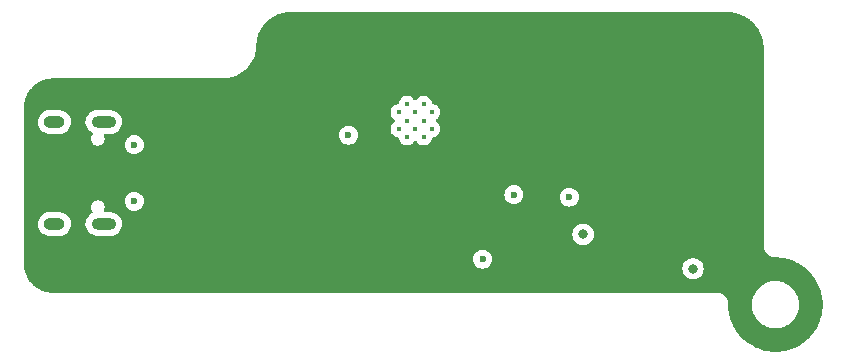
<source format=gbr>
%TF.GenerationSoftware,KiCad,Pcbnew,7.0.7*%
%TF.CreationDate,2023-10-05T10:47:22+02:00*%
%TF.ProjectId,ESPxRF,45535078-5246-42e6-9b69-6361645f7063,rev?*%
%TF.SameCoordinates,Original*%
%TF.FileFunction,Copper,L2,Inr*%
%TF.FilePolarity,Positive*%
%FSLAX46Y46*%
G04 Gerber Fmt 4.6, Leading zero omitted, Abs format (unit mm)*
G04 Created by KiCad (PCBNEW 7.0.7) date 2023-10-05 10:47:22*
%MOMM*%
%LPD*%
G01*
G04 APERTURE LIST*
%TA.AperFunction,ComponentPad*%
%ADD10C,0.400000*%
%TD*%
%TA.AperFunction,ComponentPad*%
%ADD11O,2.100000X1.000000*%
%TD*%
%TA.AperFunction,ComponentPad*%
%ADD12O,1.800000X1.000000*%
%TD*%
%TA.AperFunction,ViaPad*%
%ADD13C,0.800000*%
%TD*%
%TA.AperFunction,ViaPad*%
%ADD14C,0.600000*%
%TD*%
G04 APERTURE END LIST*
D10*
%TO.N,N/C*%
%TO.C,U3*%
X119465000Y-67720000D03*
X118065000Y-67720000D03*
X120865000Y-67720000D03*
X118065000Y-69120000D03*
X119465000Y-69120000D03*
X120865000Y-69120000D03*
X118765000Y-67020000D03*
X120165000Y-67020000D03*
X118765000Y-68420000D03*
X120165000Y-68420000D03*
X118765000Y-69820000D03*
X120165000Y-69820000D03*
%TD*%
D11*
%TO.N,unconnected-(J1-SHIELD-PadS1)*%
%TO.C,J1*%
X93080000Y-68540000D03*
D12*
X88900000Y-68540000D03*
D11*
X93080000Y-77180000D03*
D12*
X88900000Y-77180000D03*
%TD*%
D13*
%TO.N,GND*%
X88900000Y-66294000D03*
X94742000Y-81534000D03*
X93472000Y-81534000D03*
X92202000Y-81534000D03*
X90932000Y-81534000D03*
X89662000Y-81534000D03*
X88392000Y-81534000D03*
X89662000Y-78994000D03*
X89662000Y-80264000D03*
X88392000Y-80264000D03*
X88392000Y-78994000D03*
X102362000Y-76200000D03*
X101092000Y-76200000D03*
X99822000Y-76200000D03*
X98552000Y-76200000D03*
X97282000Y-76200000D03*
X102362000Y-74930000D03*
X101092000Y-74930000D03*
X99822000Y-74930000D03*
X98552000Y-74930000D03*
X97282000Y-74930000D03*
X118110000Y-80518000D03*
X118110000Y-81788000D03*
X111760000Y-81788000D03*
X113030000Y-81788000D03*
X114300000Y-81788000D03*
X115570000Y-81788000D03*
X116840000Y-81788000D03*
X116840000Y-80518000D03*
X115570000Y-80518000D03*
X114300000Y-80518000D03*
X113030000Y-80518000D03*
X111760000Y-80518000D03*
X119126000Y-76454000D03*
X117856000Y-75184000D03*
X116586000Y-73914000D03*
X116586000Y-76454000D03*
X115316000Y-72644000D03*
X115316000Y-75184000D03*
X114046000Y-76454000D03*
X114046000Y-73914000D03*
X108458000Y-61976000D03*
X106934000Y-64770000D03*
D14*
%TO.N,CSN*%
X125150000Y-80150000D03*
X113800000Y-69650000D03*
%TO.N,+3V3*%
X127800000Y-74700000D03*
X132500000Y-74900000D03*
D13*
X133665000Y-78060001D03*
X142965000Y-80960000D03*
%TO.N,GND*%
X133800000Y-65000000D03*
X140696250Y-65912500D03*
X94996000Y-69596000D03*
X143096250Y-67112500D03*
X133800000Y-69000000D03*
D14*
X98765000Y-73410000D03*
D13*
X133800000Y-63000000D03*
X131800000Y-61000000D03*
X138465000Y-73860000D03*
D14*
X133965001Y-74960000D03*
D13*
X133965000Y-73860000D03*
X125150000Y-62650000D03*
X144100000Y-61426250D03*
X147200000Y-69200000D03*
X127650000Y-72650000D03*
D14*
X140365000Y-77060000D03*
D13*
X135100000Y-79500000D03*
X133800000Y-67000000D03*
X125100000Y-70150000D03*
X131800000Y-65000000D03*
X88900000Y-74500000D03*
X135800000Y-65000000D03*
X137800000Y-69000000D03*
X95650000Y-76900000D03*
X144272000Y-72390000D03*
X137800000Y-67000000D03*
X102870000Y-67310000D03*
X137800000Y-65000000D03*
X122650000Y-65150000D03*
X135800000Y-67000000D03*
X133800000Y-71000000D03*
D14*
X139527500Y-77060000D03*
D13*
X131800000Y-67000000D03*
X120915000Y-60760000D03*
X106365000Y-69342000D03*
X135000000Y-61426250D03*
X122650000Y-62650000D03*
X122650000Y-67650000D03*
X104394000Y-69596000D03*
X145200000Y-71200000D03*
X137565000Y-79060000D03*
X125100000Y-65150000D03*
D14*
X138765000Y-77060000D03*
D13*
X133665001Y-76260000D03*
X124815000Y-60760000D03*
X145200000Y-67200000D03*
X99265000Y-69472500D03*
X127650000Y-67650000D03*
X107965000Y-69342000D03*
X133800000Y-61000000D03*
X147200000Y-65200000D03*
X147200000Y-67200000D03*
X127650000Y-65150000D03*
X146050000Y-79248000D03*
X127650000Y-70150000D03*
X122650000Y-70150000D03*
X147665000Y-76460000D03*
X122650000Y-72650000D03*
X125150000Y-72650000D03*
X147200000Y-61200000D03*
X147665000Y-74660001D03*
X131800000Y-63000000D03*
X135800000Y-71000000D03*
X147200000Y-63200000D03*
X125150000Y-67650000D03*
X131800000Y-69000000D03*
X128215000Y-60760000D03*
X117215000Y-60760000D03*
X88900000Y-71200000D03*
X131800000Y-71000000D03*
X135800000Y-69000000D03*
X114046000Y-71374000D03*
X88900000Y-72850000D03*
X145200000Y-65200000D03*
X145200000Y-63200000D03*
X137800000Y-71000000D03*
X147200000Y-71200000D03*
X145200000Y-61200000D03*
X145200000Y-69200000D03*
X143065000Y-77560000D03*
X143200000Y-65200000D03*
X127650000Y-62650000D03*
X113915000Y-60760000D03*
D14*
%TO.N,Net-(F1-Pad1)*%
X95665000Y-75260000D03*
X95665000Y-70460000D03*
%TD*%
%TA.AperFunction,Conductor*%
%TO.N,GND*%
G36*
X145951619Y-59250584D02*
G01*
X146083628Y-59257503D01*
X146267027Y-59267803D01*
X146273212Y-59268465D01*
X146425647Y-59292608D01*
X146588194Y-59320226D01*
X146593811Y-59321453D01*
X146746693Y-59362418D01*
X146839122Y-59389046D01*
X146901724Y-59407082D01*
X146906759Y-59408769D01*
X147056183Y-59466127D01*
X147204007Y-59527358D01*
X147208412Y-59529388D01*
X147274180Y-59562899D01*
X147351921Y-59602511D01*
X147427428Y-59644241D01*
X147491480Y-59679641D01*
X147495215Y-59681882D01*
X147569487Y-59730115D01*
X147630872Y-59769980D01*
X147680894Y-59805472D01*
X147760764Y-59862142D01*
X147763886Y-59864510D01*
X147888748Y-59965621D01*
X147891034Y-59967567D01*
X148008721Y-60072738D01*
X148011248Y-60075128D01*
X148124870Y-60188750D01*
X148127260Y-60191277D01*
X148232431Y-60308964D01*
X148234385Y-60311260D01*
X148335480Y-60436102D01*
X148337862Y-60439243D01*
X148430019Y-60569127D01*
X148483758Y-60651875D01*
X148518106Y-60704767D01*
X148520364Y-60708531D01*
X148597488Y-60848078D01*
X148670604Y-60991575D01*
X148672643Y-60995997D01*
X148733877Y-61143829D01*
X148791221Y-61293217D01*
X148792916Y-61298273D01*
X148837579Y-61453297D01*
X148878541Y-61606171D01*
X148879778Y-61611835D01*
X148907394Y-61774369D01*
X148931530Y-61926758D01*
X148932196Y-61932985D01*
X148942509Y-62116617D01*
X148949415Y-62248377D01*
X148949500Y-62251623D01*
X148949500Y-78932902D01*
X148944926Y-78948479D01*
X148949201Y-78991888D01*
X148949500Y-78997968D01*
X148949500Y-79087536D01*
X148960628Y-79150646D01*
X148959311Y-79162448D01*
X148966343Y-79185629D01*
X148968072Y-79192866D01*
X148979899Y-79259940D01*
X149008162Y-79337592D01*
X149008991Y-79350639D01*
X149017128Y-79365862D01*
X149024292Y-79381905D01*
X149039776Y-79424448D01*
X149039777Y-79424449D01*
X149088578Y-79508974D01*
X149092055Y-79523309D01*
X149101792Y-79535173D01*
X149113326Y-79551838D01*
X149127307Y-79576053D01*
X149130414Y-79580491D01*
X149130038Y-79580754D01*
X149139371Y-79594560D01*
X149141254Y-79598082D01*
X149159702Y-79614661D01*
X149198914Y-79661393D01*
X149205484Y-79676406D01*
X149215928Y-79684977D01*
X149232254Y-79701126D01*
X149239837Y-79710163D01*
X149248872Y-79717744D01*
X149265020Y-79734070D01*
X149269146Y-79739098D01*
X149288606Y-79751085D01*
X149335337Y-79790297D01*
X149345234Y-79805172D01*
X149355438Y-79810627D01*
X149369245Y-79819961D01*
X149369509Y-79819586D01*
X149373945Y-79822692D01*
X149398163Y-79836675D01*
X149414824Y-79848206D01*
X149421770Y-79853906D01*
X149441025Y-79861421D01*
X149525547Y-79910221D01*
X149525551Y-79910222D01*
X149525555Y-79910225D01*
X149568103Y-79925711D01*
X149584143Y-79932874D01*
X149594334Y-79938321D01*
X149612407Y-79941836D01*
X149690062Y-79970101D01*
X149757145Y-79981929D01*
X149764379Y-79983657D01*
X149782543Y-79989167D01*
X149799350Y-79989370D01*
X149862468Y-80000500D01*
X149948465Y-80000500D01*
X149951497Y-80000574D01*
X149954496Y-80000720D01*
X149958648Y-80000924D01*
X149961670Y-80001147D01*
X150010120Y-80005919D01*
X150022858Y-80004079D01*
X150196805Y-80012624D01*
X150338979Y-80019610D01*
X150345026Y-80020204D01*
X150634654Y-80063166D01*
X150730466Y-80077686D01*
X150736205Y-80078837D01*
X150940111Y-80129913D01*
X150984987Y-80141154D01*
X151115082Y-80174464D01*
X151120594Y-80176152D01*
X151347188Y-80257229D01*
X151488221Y-80308857D01*
X151493399Y-80311024D01*
X151703120Y-80410215D01*
X151814968Y-80464408D01*
X151846177Y-80479530D01*
X151851018Y-80482146D01*
X152045195Y-80598531D01*
X152090346Y-80626304D01*
X152185473Y-80684819D01*
X152189925Y-80687830D01*
X152368689Y-80820410D01*
X152502743Y-80922681D01*
X152506764Y-80926026D01*
X152669673Y-81073677D01*
X152794892Y-81190794D01*
X152798451Y-81194409D01*
X152944758Y-81355835D01*
X153059004Y-81486473D01*
X153062133Y-81490356D01*
X153190949Y-81664044D01*
X153292551Y-81806878D01*
X153295210Y-81810943D01*
X153405718Y-81995316D01*
X153493197Y-82148803D01*
X153495380Y-82152996D01*
X153586862Y-82346419D01*
X153658990Y-82508906D01*
X153660698Y-82513175D01*
X153732508Y-82713870D01*
X153788292Y-82883620D01*
X153789533Y-82887913D01*
X153841170Y-83094061D01*
X153879849Y-83269303D01*
X153880635Y-83273570D01*
X153911740Y-83483256D01*
X153932755Y-83662104D01*
X153933104Y-83666298D01*
X153943487Y-83877611D01*
X153946504Y-84058219D01*
X153946438Y-84062298D01*
X153936076Y-84273244D01*
X153920963Y-84453708D01*
X153920508Y-84457631D01*
X153889558Y-84666282D01*
X153856383Y-84844719D01*
X153855569Y-84848451D01*
X153804373Y-85052843D01*
X153753408Y-85227392D01*
X153752268Y-85230903D01*
X153681340Y-85429134D01*
X153613064Y-85597942D01*
X153611634Y-85601204D01*
X153521653Y-85791454D01*
X153436720Y-85952776D01*
X153435037Y-85955767D01*
X153327598Y-86135016D01*
X153326114Y-86137371D01*
X153226137Y-86288362D01*
X153224241Y-86291066D01*
X153099780Y-86458882D01*
X153097989Y-86461182D01*
X152983365Y-86601446D01*
X152981295Y-86603851D01*
X152841037Y-86758603D01*
X152838938Y-86760807D01*
X152710807Y-86888938D01*
X152708603Y-86891037D01*
X152553851Y-87031295D01*
X152551446Y-87033365D01*
X152411182Y-87147989D01*
X152408882Y-87149780D01*
X152241066Y-87274241D01*
X152238362Y-87276137D01*
X152087371Y-87376114D01*
X152085016Y-87377598D01*
X151905767Y-87485037D01*
X151902776Y-87486720D01*
X151741454Y-87571653D01*
X151551204Y-87661634D01*
X151547942Y-87663064D01*
X151379134Y-87731340D01*
X151180903Y-87802268D01*
X151177392Y-87803408D01*
X151002843Y-87854373D01*
X150798451Y-87905569D01*
X150794719Y-87906383D01*
X150616282Y-87939558D01*
X150407631Y-87970508D01*
X150403711Y-87970962D01*
X150341158Y-87976201D01*
X150223244Y-87986076D01*
X150012298Y-87996438D01*
X150008219Y-87996504D01*
X149827611Y-87993487D01*
X149616298Y-87983104D01*
X149612104Y-87982755D01*
X149433256Y-87961740D01*
X149223570Y-87930635D01*
X149219303Y-87929849D01*
X149044061Y-87891170D01*
X148837913Y-87839533D01*
X148833620Y-87838292D01*
X148663870Y-87782508D01*
X148463175Y-87710698D01*
X148458906Y-87708990D01*
X148296419Y-87636862D01*
X148102996Y-87545380D01*
X148098803Y-87543197D01*
X147945316Y-87455718D01*
X147760943Y-87345210D01*
X147756878Y-87342551D01*
X147614044Y-87240949D01*
X147440356Y-87112133D01*
X147436479Y-87109009D01*
X147305835Y-86994758D01*
X147144409Y-86848451D01*
X147140794Y-86844892D01*
X147023677Y-86719673D01*
X146876026Y-86556764D01*
X146872681Y-86552743D01*
X146770410Y-86418689D01*
X146637830Y-86239925D01*
X146634819Y-86235473D01*
X146573026Y-86135016D01*
X146548531Y-86095195D01*
X146432146Y-85901018D01*
X146429530Y-85896177D01*
X146394736Y-85824367D01*
X146360215Y-85753120D01*
X146261024Y-85543399D01*
X146258857Y-85538221D01*
X146207229Y-85397188D01*
X146126152Y-85170594D01*
X146124464Y-85165082D01*
X146091154Y-85034987D01*
X146040599Y-84833161D01*
X146028837Y-84786205D01*
X146027686Y-84780466D01*
X146013166Y-84684654D01*
X145970204Y-84395026D01*
X145969610Y-84388979D01*
X145955995Y-84111853D01*
X145954079Y-84072859D01*
X145956276Y-84063744D01*
X145951147Y-84011669D01*
X145950924Y-84008645D01*
X145950744Y-84004983D01*
X145950574Y-84001495D01*
X145950538Y-84000000D01*
X147944390Y-84000000D01*
X147951745Y-84102844D01*
X147952390Y-84111853D01*
X147952548Y-84116277D01*
X147952548Y-84142861D01*
X147956331Y-84169172D01*
X147956804Y-84173574D01*
X147964804Y-84285428D01*
X147964805Y-84285435D01*
X147988637Y-84394988D01*
X147989423Y-84399346D01*
X147993206Y-84425666D01*
X148000698Y-84451181D01*
X148001793Y-84455471D01*
X148025630Y-84565046D01*
X148025631Y-84565048D01*
X148064819Y-84670118D01*
X148066217Y-84674317D01*
X148073705Y-84699816D01*
X148084746Y-84723994D01*
X148086440Y-84728084D01*
X148125632Y-84833159D01*
X148125635Y-84833166D01*
X148179363Y-84931561D01*
X148181345Y-84935521D01*
X148192394Y-84959717D01*
X148206772Y-84982088D01*
X148209031Y-84985895D01*
X148245589Y-85052843D01*
X148262774Y-85084315D01*
X148323235Y-85165082D01*
X148329976Y-85174086D01*
X148332498Y-85177719D01*
X148346873Y-85200086D01*
X148357493Y-85212343D01*
X148364284Y-85220180D01*
X148367055Y-85223619D01*
X148434261Y-85313395D01*
X148513552Y-85392686D01*
X148516562Y-85395919D01*
X148533978Y-85416018D01*
X148554078Y-85433435D01*
X148557304Y-85436438D01*
X148636605Y-85515739D01*
X148726404Y-85582961D01*
X148729815Y-85585711D01*
X148749911Y-85603126D01*
X148767905Y-85614689D01*
X148772266Y-85617492D01*
X148772276Y-85617498D01*
X148775914Y-85620024D01*
X148865682Y-85687224D01*
X148865690Y-85687229D01*
X148964102Y-85740966D01*
X148967910Y-85743225D01*
X148990286Y-85757606D01*
X149014479Y-85768654D01*
X149018431Y-85770632D01*
X149116839Y-85824367D01*
X149221914Y-85863558D01*
X149225993Y-85865247D01*
X149250179Y-85876293D01*
X149275691Y-85883784D01*
X149279872Y-85885175D01*
X149384954Y-85924369D01*
X149494554Y-85948211D01*
X149498788Y-85949291D01*
X149524326Y-85956790D01*
X149524331Y-85956790D01*
X149524339Y-85956793D01*
X149550655Y-85960576D01*
X149554982Y-85961356D01*
X149664572Y-85985196D01*
X149776450Y-85993197D01*
X149780795Y-85993664D01*
X149807139Y-85997452D01*
X149807146Y-85997452D01*
X149833721Y-85997452D01*
X149838143Y-85997609D01*
X149887344Y-86001128D01*
X149949999Y-86005610D01*
X149950000Y-86005610D01*
X149950001Y-86005610D01*
X150012655Y-86001128D01*
X150061856Y-85997609D01*
X150066279Y-85997452D01*
X150092854Y-85997452D01*
X150092861Y-85997452D01*
X150119219Y-85993662D01*
X150123516Y-85993200D01*
X150235428Y-85985196D01*
X150345012Y-85961357D01*
X150349345Y-85960576D01*
X150375671Y-85956791D01*
X150401189Y-85949298D01*
X150405438Y-85948212D01*
X150515046Y-85924369D01*
X150620124Y-85885177D01*
X150624291Y-85883789D01*
X150649821Y-85876293D01*
X150674020Y-85865241D01*
X150678056Y-85863569D01*
X150783161Y-85824367D01*
X150881568Y-85770632D01*
X150885514Y-85768657D01*
X150909708Y-85757608D01*
X150909716Y-85757602D01*
X150909722Y-85757600D01*
X150932104Y-85743215D01*
X150935872Y-85740979D01*
X151034315Y-85687226D01*
X151124120Y-85619998D01*
X151127697Y-85617515D01*
X151150086Y-85603127D01*
X151170208Y-85585690D01*
X151173591Y-85582965D01*
X151263395Y-85515739D01*
X151342689Y-85436444D01*
X151345913Y-85433442D01*
X151366020Y-85416020D01*
X151383445Y-85395909D01*
X151386433Y-85392700D01*
X151465739Y-85313395D01*
X151532965Y-85223591D01*
X151535690Y-85220208D01*
X151553127Y-85200086D01*
X151567507Y-85177709D01*
X151570008Y-85174107D01*
X151637226Y-85084315D01*
X151690979Y-84985872D01*
X151693215Y-84982104D01*
X151707600Y-84959722D01*
X151707602Y-84959716D01*
X151707608Y-84959708D01*
X151718657Y-84935514D01*
X151720636Y-84931561D01*
X151774367Y-84833161D01*
X151813569Y-84728056D01*
X151815241Y-84724020D01*
X151826293Y-84699821D01*
X151833789Y-84674291D01*
X151835177Y-84670124D01*
X151838758Y-84660522D01*
X151874369Y-84565046D01*
X151898212Y-84455438D01*
X151899298Y-84451189D01*
X151906791Y-84425671D01*
X151910576Y-84399345D01*
X151911357Y-84395012D01*
X151935196Y-84285428D01*
X151943198Y-84173540D01*
X151943666Y-84169192D01*
X151947452Y-84142861D01*
X151948107Y-84106105D01*
X151948250Y-84102901D01*
X151955610Y-84000000D01*
X151948250Y-83897102D01*
X151948107Y-83893890D01*
X151947452Y-83857139D01*
X151943663Y-83830789D01*
X151943197Y-83826450D01*
X151935196Y-83714572D01*
X151911356Y-83604982D01*
X151910576Y-83600655D01*
X151906793Y-83574339D01*
X151906790Y-83574331D01*
X151906790Y-83574326D01*
X151899291Y-83548788D01*
X151898211Y-83544554D01*
X151874369Y-83434954D01*
X151835175Y-83329872D01*
X151833782Y-83325684D01*
X151826293Y-83300179D01*
X151815246Y-83275989D01*
X151813558Y-83271914D01*
X151799543Y-83234339D01*
X151774367Y-83166839D01*
X151720632Y-83068431D01*
X151718654Y-83064479D01*
X151707606Y-83040286D01*
X151693225Y-83017910D01*
X151690966Y-83014102D01*
X151637229Y-82915690D01*
X151637224Y-82915682D01*
X151570024Y-82825914D01*
X151567498Y-82822276D01*
X151553126Y-82799911D01*
X151535711Y-82779815D01*
X151532961Y-82776404D01*
X151465739Y-82686605D01*
X151386438Y-82607304D01*
X151383435Y-82604078D01*
X151382484Y-82602981D01*
X151366020Y-82583980D01*
X151345921Y-82566564D01*
X151342681Y-82563547D01*
X151263398Y-82484264D01*
X151263396Y-82484262D01*
X151263395Y-82484261D01*
X151173619Y-82417055D01*
X151170180Y-82414284D01*
X151157188Y-82403027D01*
X151150086Y-82396873D01*
X151127719Y-82382498D01*
X151124086Y-82379976D01*
X151034318Y-82312776D01*
X151034316Y-82312775D01*
X151034315Y-82312774D01*
X151014129Y-82301751D01*
X150935895Y-82259031D01*
X150932088Y-82256772D01*
X150909717Y-82242394D01*
X150885521Y-82231345D01*
X150881561Y-82229363D01*
X150783166Y-82175635D01*
X150783159Y-82175632D01*
X150678084Y-82136440D01*
X150673994Y-82134746D01*
X150659072Y-82127931D01*
X150649821Y-82123707D01*
X150649819Y-82123706D01*
X150649816Y-82123705D01*
X150624317Y-82116217D01*
X150620118Y-82114819D01*
X150515048Y-82075631D01*
X150515046Y-82075630D01*
X150405471Y-82051793D01*
X150401180Y-82050698D01*
X150394402Y-82048708D01*
X150375669Y-82043207D01*
X150349346Y-82039423D01*
X150344988Y-82038637D01*
X150235435Y-82014805D01*
X150235428Y-82014804D01*
X150123574Y-82006804D01*
X150119177Y-82006331D01*
X150092861Y-82002548D01*
X150066279Y-82002548D01*
X150061856Y-82002390D01*
X150012655Y-81998871D01*
X149950001Y-81994390D01*
X149949999Y-81994390D01*
X149887344Y-81998871D01*
X149838143Y-82002390D01*
X149833721Y-82002548D01*
X149807137Y-82002548D01*
X149780826Y-82006331D01*
X149776424Y-82006804D01*
X149664571Y-82014804D01*
X149664561Y-82014805D01*
X149555013Y-82038636D01*
X149550657Y-82039422D01*
X149524325Y-82043207D01*
X149498819Y-82050698D01*
X149494528Y-82051793D01*
X149384953Y-82075630D01*
X149384947Y-82075632D01*
X149279883Y-82114819D01*
X149275684Y-82116216D01*
X149250177Y-82123706D01*
X149225989Y-82134753D01*
X149221901Y-82136446D01*
X149116844Y-82175630D01*
X149116831Y-82175636D01*
X149018436Y-82229363D01*
X149014478Y-82231344D01*
X148990291Y-82242389D01*
X148967909Y-82256773D01*
X148964102Y-82259033D01*
X148865688Y-82312771D01*
X148775903Y-82379981D01*
X148772271Y-82382503D01*
X148749911Y-82396874D01*
X148742810Y-82403027D01*
X148729823Y-82414280D01*
X148726377Y-82417057D01*
X148636619Y-82484249D01*
X148636604Y-82484262D01*
X148557310Y-82563553D01*
X148554071Y-82566569D01*
X148533979Y-82583979D01*
X148516569Y-82604071D01*
X148513553Y-82607310D01*
X148434262Y-82686604D01*
X148434249Y-82686619D01*
X148367059Y-82776375D01*
X148364285Y-82779817D01*
X148359762Y-82785038D01*
X148346866Y-82799920D01*
X148332505Y-82822267D01*
X148329982Y-82825902D01*
X148262771Y-82915688D01*
X148209033Y-83014102D01*
X148206773Y-83017909D01*
X148192389Y-83040291D01*
X148181344Y-83064478D01*
X148179363Y-83068436D01*
X148125636Y-83166831D01*
X148125630Y-83166844D01*
X148086446Y-83271901D01*
X148084753Y-83275989D01*
X148073706Y-83300177D01*
X148066216Y-83325684D01*
X148064819Y-83329883D01*
X148025632Y-83434947D01*
X148025630Y-83434953D01*
X148001793Y-83544528D01*
X148000698Y-83548819D01*
X147993207Y-83574325D01*
X147989422Y-83600657D01*
X147988636Y-83605013D01*
X147964805Y-83714561D01*
X147964804Y-83714571D01*
X147956804Y-83826424D01*
X147956331Y-83830826D01*
X147952548Y-83857136D01*
X147952548Y-83883721D01*
X147952390Y-83888143D01*
X147944390Y-84000000D01*
X145950538Y-84000000D01*
X145950500Y-83998464D01*
X145950500Y-83912472D01*
X145950500Y-83912468D01*
X145939371Y-83849352D01*
X145940687Y-83837552D01*
X145933657Y-83814379D01*
X145931928Y-83807140D01*
X145920101Y-83740062D01*
X145891837Y-83662408D01*
X145891007Y-83649359D01*
X145882874Y-83634143D01*
X145875709Y-83618098D01*
X145860225Y-83575555D01*
X145860222Y-83575551D01*
X145860221Y-83575547D01*
X145811421Y-83491025D01*
X145807942Y-83476688D01*
X145798206Y-83464824D01*
X145786675Y-83448163D01*
X145772692Y-83423945D01*
X145769586Y-83419509D01*
X145769961Y-83419245D01*
X145760627Y-83405438D01*
X145758745Y-83401918D01*
X145740297Y-83385337D01*
X145701085Y-83338606D01*
X145694513Y-83323590D01*
X145684070Y-83315020D01*
X145667744Y-83298872D01*
X145660163Y-83289837D01*
X145651126Y-83282254D01*
X145634977Y-83265928D01*
X145630853Y-83260903D01*
X145611393Y-83248914D01*
X145564661Y-83209702D01*
X145554762Y-83194824D01*
X145544560Y-83189371D01*
X145530754Y-83180038D01*
X145530491Y-83180414D01*
X145526057Y-83177310D01*
X145526055Y-83177308D01*
X145507917Y-83166836D01*
X145501838Y-83163326D01*
X145485173Y-83151792D01*
X145478232Y-83146096D01*
X145458974Y-83138578D01*
X145374449Y-83089777D01*
X145374448Y-83089776D01*
X145366230Y-83086785D01*
X145331900Y-83074289D01*
X145315862Y-83067128D01*
X145305669Y-83061679D01*
X145287592Y-83058162D01*
X145209940Y-83029899D01*
X145142866Y-83018072D01*
X145135629Y-83016343D01*
X145117463Y-83010832D01*
X145100646Y-83010628D01*
X145037536Y-82999500D01*
X145037532Y-82999500D01*
X144950099Y-82999500D01*
X144947968Y-82999500D01*
X144941888Y-82999201D01*
X144905701Y-82995637D01*
X144882903Y-82999500D01*
X88801879Y-82999500D01*
X88798134Y-82999387D01*
X88701100Y-82993517D01*
X88493612Y-82979917D01*
X88486486Y-82979033D01*
X88350791Y-82954167D01*
X88285021Y-82941084D01*
X88184357Y-82921061D01*
X88178012Y-82919447D01*
X88144988Y-82909156D01*
X88038842Y-82876079D01*
X87884973Y-82823848D01*
X87879454Y-82821675D01*
X87743507Y-82760491D01*
X87600160Y-82689799D01*
X87595505Y-82687251D01*
X87467611Y-82609936D01*
X87465240Y-82608428D01*
X87334408Y-82521008D01*
X87330616Y-82518262D01*
X87212446Y-82425682D01*
X87209802Y-82423490D01*
X87091923Y-82320113D01*
X87088961Y-82317339D01*
X86982659Y-82211037D01*
X86979885Y-82208075D01*
X86876508Y-82090196D01*
X86874316Y-82087552D01*
X86781736Y-81969382D01*
X86778990Y-81965590D01*
X86691570Y-81834758D01*
X86690062Y-81832387D01*
X86636721Y-81744151D01*
X86612744Y-81704488D01*
X86610206Y-81699853D01*
X86539514Y-81556505D01*
X86478321Y-81420539D01*
X86476155Y-81415039D01*
X86423920Y-81261157D01*
X86418968Y-81245266D01*
X86380544Y-81121961D01*
X86378942Y-81115664D01*
X86347979Y-80960000D01*
X142059540Y-80960000D01*
X142079326Y-81148256D01*
X142079327Y-81148259D01*
X142137818Y-81328277D01*
X142137821Y-81328284D01*
X142232467Y-81492216D01*
X142264789Y-81528113D01*
X142359129Y-81632888D01*
X142512265Y-81744148D01*
X142512270Y-81744151D01*
X142685192Y-81821142D01*
X142685197Y-81821144D01*
X142870354Y-81860500D01*
X142870355Y-81860500D01*
X143059644Y-81860500D01*
X143059646Y-81860500D01*
X143244803Y-81821144D01*
X143417730Y-81744151D01*
X143570871Y-81632888D01*
X143697533Y-81492216D01*
X143792179Y-81328284D01*
X143850674Y-81148256D01*
X143870460Y-80960000D01*
X143850674Y-80771744D01*
X143792179Y-80591716D01*
X143697533Y-80427784D01*
X143570871Y-80287112D01*
X143570870Y-80287111D01*
X143417734Y-80175851D01*
X143417729Y-80175848D01*
X143244807Y-80098857D01*
X143244802Y-80098855D01*
X143076719Y-80063129D01*
X143059646Y-80059500D01*
X142870354Y-80059500D01*
X142853281Y-80063129D01*
X142685197Y-80098855D01*
X142685192Y-80098857D01*
X142512270Y-80175848D01*
X142512265Y-80175851D01*
X142359129Y-80287111D01*
X142232466Y-80427785D01*
X142137821Y-80591715D01*
X142137818Y-80591722D01*
X142106591Y-80687830D01*
X142079326Y-80771744D01*
X142059540Y-80960000D01*
X86347979Y-80960000D01*
X86345836Y-80949227D01*
X86320963Y-80813502D01*
X86320082Y-80806399D01*
X86306479Y-80598851D01*
X86306047Y-80591716D01*
X86300613Y-80501866D01*
X86300500Y-80498122D01*
X86300500Y-80150003D01*
X124344435Y-80150003D01*
X124364630Y-80329249D01*
X124364631Y-80329254D01*
X124424211Y-80499523D01*
X124503873Y-80626304D01*
X124520184Y-80652262D01*
X124647738Y-80779816D01*
X124800478Y-80875789D01*
X124893518Y-80908345D01*
X124970745Y-80935368D01*
X124970750Y-80935369D01*
X125149996Y-80955565D01*
X125150000Y-80955565D01*
X125150004Y-80955565D01*
X125329249Y-80935369D01*
X125329252Y-80935368D01*
X125329255Y-80935368D01*
X125499522Y-80875789D01*
X125652262Y-80779816D01*
X125779816Y-80652262D01*
X125875789Y-80499522D01*
X125935368Y-80329255D01*
X125937422Y-80311027D01*
X125955565Y-80150003D01*
X125955565Y-80149996D01*
X125935369Y-79970750D01*
X125935368Y-79970745D01*
X125879340Y-79810627D01*
X125875789Y-79800478D01*
X125779816Y-79647738D01*
X125652262Y-79520184D01*
X125499523Y-79424211D01*
X125329254Y-79364631D01*
X125329249Y-79364630D01*
X125150004Y-79344435D01*
X125149996Y-79344435D01*
X124970750Y-79364630D01*
X124970745Y-79364631D01*
X124800476Y-79424211D01*
X124647737Y-79520184D01*
X124520184Y-79647737D01*
X124424211Y-79800476D01*
X124364631Y-79970745D01*
X124364630Y-79970750D01*
X124344435Y-80149996D01*
X124344435Y-80150003D01*
X86300500Y-80150003D01*
X86300500Y-77230936D01*
X87495631Y-77230936D01*
X87526442Y-77432063D01*
X87526445Y-77432075D01*
X87597111Y-77622881D01*
X87597115Y-77622888D01*
X87704745Y-77795567D01*
X87704747Y-77795569D01*
X87704748Y-77795571D01*
X87844941Y-77943053D01*
X87973344Y-78032424D01*
X88011949Y-78059294D01*
X88011950Y-78059294D01*
X88011951Y-78059295D01*
X88198942Y-78139540D01*
X88398259Y-78180500D01*
X89350743Y-78180500D01*
X89502439Y-78165074D01*
X89696579Y-78104162D01*
X89696580Y-78104161D01*
X89696588Y-78104159D01*
X89874502Y-78005409D01*
X90028895Y-77872866D01*
X90153448Y-77711958D01*
X90243060Y-77529271D01*
X90294063Y-77332285D01*
X90299203Y-77230936D01*
X91525631Y-77230936D01*
X91556442Y-77432063D01*
X91556445Y-77432075D01*
X91627111Y-77622881D01*
X91627115Y-77622888D01*
X91734745Y-77795567D01*
X91734747Y-77795569D01*
X91734748Y-77795571D01*
X91874941Y-77943053D01*
X92003344Y-78032424D01*
X92041949Y-78059294D01*
X92041950Y-78059294D01*
X92041951Y-78059295D01*
X92228942Y-78139540D01*
X92428259Y-78180500D01*
X93680743Y-78180500D01*
X93832439Y-78165074D01*
X94026579Y-78104162D01*
X94026580Y-78104161D01*
X94026588Y-78104159D01*
X94106146Y-78060001D01*
X132759540Y-78060001D01*
X132779326Y-78248257D01*
X132779327Y-78248260D01*
X132837818Y-78428278D01*
X132837821Y-78428285D01*
X132932467Y-78592217D01*
X133059129Y-78732888D01*
X133059129Y-78732889D01*
X133212265Y-78844149D01*
X133212270Y-78844152D01*
X133385192Y-78921143D01*
X133385197Y-78921145D01*
X133570354Y-78960501D01*
X133570355Y-78960501D01*
X133759644Y-78960501D01*
X133759646Y-78960501D01*
X133944803Y-78921145D01*
X134117730Y-78844152D01*
X134270871Y-78732889D01*
X134397533Y-78592217D01*
X134492179Y-78428285D01*
X134550674Y-78248257D01*
X134570460Y-78060001D01*
X134550674Y-77871745D01*
X134492179Y-77691717D01*
X134397533Y-77527785D01*
X134270871Y-77387113D01*
X134270870Y-77387112D01*
X134117734Y-77275852D01*
X134117729Y-77275849D01*
X133944807Y-77198858D01*
X133944802Y-77198856D01*
X133799001Y-77167866D01*
X133759646Y-77159501D01*
X133570354Y-77159501D01*
X133537897Y-77166399D01*
X133385197Y-77198856D01*
X133385192Y-77198858D01*
X133212270Y-77275849D01*
X133212265Y-77275852D01*
X133059129Y-77387112D01*
X132932466Y-77527786D01*
X132837821Y-77691716D01*
X132837818Y-77691723D01*
X132804076Y-77795572D01*
X132779326Y-77871745D01*
X132759540Y-78060001D01*
X94106146Y-78060001D01*
X94204502Y-78005409D01*
X94358895Y-77872866D01*
X94483448Y-77711958D01*
X94573060Y-77529271D01*
X94624063Y-77332285D01*
X94634369Y-77129064D01*
X94603556Y-76927929D01*
X94532886Y-76737113D01*
X94425252Y-76564429D01*
X94285059Y-76416947D01*
X94186587Y-76348409D01*
X94118050Y-76300705D01*
X93931056Y-76220459D01*
X93731741Y-76179500D01*
X93210591Y-76179500D01*
X93143552Y-76159815D01*
X93097797Y-76107011D01*
X93087853Y-76037853D01*
X93096030Y-76008047D01*
X93097879Y-76003580D01*
X93140687Y-75900236D01*
X93160466Y-75750000D01*
X93140687Y-75599764D01*
X93082698Y-75459767D01*
X92990451Y-75339549D01*
X92886785Y-75260003D01*
X94859435Y-75260003D01*
X94879630Y-75439249D01*
X94879631Y-75439254D01*
X94939211Y-75609523D01*
X94949432Y-75625789D01*
X95035184Y-75762262D01*
X95162738Y-75889816D01*
X95315478Y-75985789D01*
X95471070Y-76040233D01*
X95485745Y-76045368D01*
X95485750Y-76045369D01*
X95664996Y-76065565D01*
X95665000Y-76065565D01*
X95665004Y-76065565D01*
X95844249Y-76045369D01*
X95844252Y-76045368D01*
X95844255Y-76045368D01*
X96014522Y-75985789D01*
X96167262Y-75889816D01*
X96294816Y-75762262D01*
X96390789Y-75609522D01*
X96450368Y-75439255D01*
X96450369Y-75439249D01*
X96470565Y-75260003D01*
X96470565Y-75259996D01*
X96450369Y-75080750D01*
X96450368Y-75080745D01*
X96390788Y-74910476D01*
X96294815Y-74757737D01*
X96237081Y-74700003D01*
X126994435Y-74700003D01*
X127014630Y-74879249D01*
X127014631Y-74879254D01*
X127074211Y-75049523D01*
X127152740Y-75174500D01*
X127170184Y-75202262D01*
X127297738Y-75329816D01*
X127450478Y-75425789D01*
X127488959Y-75439254D01*
X127620745Y-75485368D01*
X127620750Y-75485369D01*
X127799996Y-75505565D01*
X127800000Y-75505565D01*
X127800004Y-75505565D01*
X127979249Y-75485369D01*
X127979252Y-75485368D01*
X127979255Y-75485368D01*
X128149522Y-75425789D01*
X128302262Y-75329816D01*
X128429816Y-75202262D01*
X128525789Y-75049522D01*
X128578108Y-74900003D01*
X131694435Y-74900003D01*
X131714630Y-75079249D01*
X131714631Y-75079254D01*
X131774211Y-75249523D01*
X131824662Y-75329815D01*
X131870184Y-75402262D01*
X131997738Y-75529816D01*
X132150478Y-75625789D01*
X132320745Y-75685368D01*
X132320750Y-75685369D01*
X132499996Y-75705565D01*
X132500000Y-75705565D01*
X132500004Y-75705565D01*
X132679249Y-75685369D01*
X132679252Y-75685368D01*
X132679255Y-75685368D01*
X132849522Y-75625789D01*
X133002262Y-75529816D01*
X133129816Y-75402262D01*
X133225789Y-75249522D01*
X133285368Y-75079255D01*
X133288718Y-75049522D01*
X133305565Y-74900003D01*
X133305565Y-74899996D01*
X133285369Y-74720750D01*
X133285368Y-74720745D01*
X133225788Y-74550476D01*
X133129815Y-74397737D01*
X133002262Y-74270184D01*
X132849523Y-74174211D01*
X132679254Y-74114631D01*
X132679249Y-74114630D01*
X132500004Y-74094435D01*
X132499996Y-74094435D01*
X132320750Y-74114630D01*
X132320745Y-74114631D01*
X132150476Y-74174211D01*
X131997737Y-74270184D01*
X131870184Y-74397737D01*
X131774211Y-74550476D01*
X131714631Y-74720745D01*
X131714630Y-74720750D01*
X131694435Y-74899996D01*
X131694435Y-74900003D01*
X128578108Y-74900003D01*
X128585368Y-74879255D01*
X128605565Y-74700000D01*
X128588718Y-74550478D01*
X128585369Y-74520750D01*
X128585368Y-74520745D01*
X128542326Y-74397738D01*
X128525789Y-74350478D01*
X128429816Y-74197738D01*
X128302262Y-74070184D01*
X128149523Y-73974211D01*
X127979254Y-73914631D01*
X127979249Y-73914630D01*
X127800004Y-73894435D01*
X127799996Y-73894435D01*
X127620750Y-73914630D01*
X127620745Y-73914631D01*
X127450476Y-73974211D01*
X127297737Y-74070184D01*
X127170184Y-74197737D01*
X127074211Y-74350476D01*
X127014631Y-74520745D01*
X127014630Y-74520750D01*
X126994435Y-74699996D01*
X126994435Y-74700003D01*
X96237081Y-74700003D01*
X96167262Y-74630184D01*
X96014523Y-74534211D01*
X95844254Y-74474631D01*
X95844249Y-74474630D01*
X95665004Y-74454435D01*
X95664996Y-74454435D01*
X95485750Y-74474630D01*
X95485745Y-74474631D01*
X95315476Y-74534211D01*
X95162737Y-74630184D01*
X95035184Y-74757737D01*
X94939211Y-74910476D01*
X94879631Y-75080745D01*
X94879630Y-75080750D01*
X94859435Y-75259996D01*
X94859435Y-75260003D01*
X92886785Y-75260003D01*
X92870233Y-75247302D01*
X92870229Y-75247300D01*
X92761497Y-75202262D01*
X92730236Y-75189313D01*
X92716171Y-75187461D01*
X92617727Y-75174500D01*
X92617720Y-75174500D01*
X92542280Y-75174500D01*
X92542272Y-75174500D01*
X92429764Y-75189313D01*
X92429763Y-75189313D01*
X92289770Y-75247300D01*
X92289767Y-75247301D01*
X92289767Y-75247302D01*
X92169549Y-75339549D01*
X92093042Y-75439255D01*
X92077300Y-75459770D01*
X92019313Y-75599763D01*
X92019312Y-75599765D01*
X91999534Y-75749999D01*
X91999534Y-75750000D01*
X92019312Y-75900234D01*
X92019313Y-75900236D01*
X92077300Y-76040230D01*
X92077302Y-76040234D01*
X92122530Y-76099175D01*
X92147725Y-76164344D01*
X92133687Y-76232789D01*
X92084873Y-76282779D01*
X92084333Y-76283081D01*
X91955496Y-76354591D01*
X91955495Y-76354592D01*
X91801106Y-76487132D01*
X91801104Y-76487134D01*
X91676554Y-76648037D01*
X91676553Y-76648040D01*
X91586940Y-76830728D01*
X91535937Y-77027714D01*
X91525631Y-77230936D01*
X90299203Y-77230936D01*
X90304369Y-77129064D01*
X90273556Y-76927929D01*
X90202886Y-76737113D01*
X90095252Y-76564429D01*
X89955059Y-76416947D01*
X89856587Y-76348409D01*
X89788050Y-76300705D01*
X89601056Y-76220459D01*
X89401741Y-76179500D01*
X88449258Y-76179500D01*
X88449257Y-76179500D01*
X88297560Y-76194925D01*
X88103420Y-76255837D01*
X88103405Y-76255844D01*
X87925500Y-76354589D01*
X87925495Y-76354592D01*
X87771106Y-76487132D01*
X87771104Y-76487134D01*
X87646554Y-76648037D01*
X87646553Y-76648040D01*
X87556940Y-76830728D01*
X87505937Y-77027714D01*
X87495631Y-77230936D01*
X86300500Y-77230936D01*
X86300500Y-68590936D01*
X87495631Y-68590936D01*
X87526442Y-68792063D01*
X87526445Y-68792075D01*
X87597111Y-68982881D01*
X87597115Y-68982888D01*
X87704745Y-69155567D01*
X87704747Y-69155569D01*
X87704748Y-69155571D01*
X87844941Y-69303053D01*
X87973344Y-69392424D01*
X88011949Y-69419294D01*
X88011950Y-69419294D01*
X88011951Y-69419295D01*
X88198942Y-69499540D01*
X88398259Y-69540500D01*
X89350743Y-69540500D01*
X89502439Y-69525074D01*
X89696579Y-69464162D01*
X89696580Y-69464161D01*
X89696588Y-69464159D01*
X89874502Y-69365409D01*
X90028895Y-69232866D01*
X90153448Y-69071958D01*
X90243060Y-68889271D01*
X90294063Y-68692285D01*
X90299203Y-68590936D01*
X91525631Y-68590936D01*
X91556442Y-68792063D01*
X91556445Y-68792075D01*
X91627111Y-68982881D01*
X91627115Y-68982888D01*
X91734745Y-69155567D01*
X91734747Y-69155569D01*
X91734748Y-69155571D01*
X91874941Y-69303053D01*
X92041951Y-69419295D01*
X92072329Y-69432331D01*
X92126173Y-69476857D01*
X92147396Y-69543426D01*
X92129261Y-69610901D01*
X92121806Y-69621767D01*
X92077301Y-69679767D01*
X92077300Y-69679769D01*
X92019313Y-69819763D01*
X92019312Y-69819765D01*
X91999534Y-69969999D01*
X91999534Y-69970000D01*
X92019312Y-70120234D01*
X92019313Y-70120236D01*
X92046907Y-70186855D01*
X92077302Y-70260233D01*
X92169549Y-70380451D01*
X92289767Y-70472698D01*
X92429764Y-70530687D01*
X92542280Y-70545500D01*
X92542287Y-70545500D01*
X92617713Y-70545500D01*
X92617720Y-70545500D01*
X92730236Y-70530687D01*
X92870233Y-70472698D01*
X92886777Y-70460003D01*
X94859435Y-70460003D01*
X94879630Y-70639249D01*
X94879631Y-70639254D01*
X94939211Y-70809523D01*
X95035184Y-70962262D01*
X95162738Y-71089816D01*
X95315478Y-71185789D01*
X95485745Y-71245367D01*
X95485745Y-71245368D01*
X95485750Y-71245369D01*
X95664996Y-71265565D01*
X95665000Y-71265565D01*
X95665004Y-71265565D01*
X95844249Y-71245369D01*
X95844252Y-71245368D01*
X95844255Y-71245368D01*
X96014522Y-71185789D01*
X96167262Y-71089816D01*
X96294816Y-70962262D01*
X96390789Y-70809522D01*
X96450368Y-70639255D01*
X96462601Y-70530686D01*
X96470565Y-70460003D01*
X96470565Y-70459996D01*
X96450369Y-70280750D01*
X96450368Y-70280745D01*
X96394203Y-70120236D01*
X96390789Y-70110478D01*
X96294816Y-69957738D01*
X96167262Y-69830184D01*
X96150677Y-69819763D01*
X96014523Y-69734211D01*
X95844254Y-69674631D01*
X95844249Y-69674630D01*
X95665004Y-69654435D01*
X95664996Y-69654435D01*
X95485750Y-69674630D01*
X95485745Y-69674631D01*
X95315476Y-69734211D01*
X95162737Y-69830184D01*
X95035184Y-69957737D01*
X94939211Y-70110476D01*
X94879631Y-70280745D01*
X94879630Y-70280750D01*
X94859435Y-70459996D01*
X94859435Y-70460003D01*
X92886777Y-70460003D01*
X92990451Y-70380451D01*
X93082698Y-70260233D01*
X93140687Y-70120236D01*
X93160466Y-69970000D01*
X93140687Y-69819764D01*
X93096030Y-69711953D01*
X93089370Y-69650003D01*
X112994435Y-69650003D01*
X113014630Y-69829249D01*
X113014631Y-69829254D01*
X113074211Y-69999523D01*
X113143928Y-70110476D01*
X113170184Y-70152262D01*
X113297738Y-70279816D01*
X113450478Y-70375789D01*
X113620744Y-70435367D01*
X113620745Y-70435368D01*
X113620750Y-70435369D01*
X113799996Y-70455565D01*
X113800000Y-70455565D01*
X113800004Y-70455565D01*
X113979249Y-70435369D01*
X113979252Y-70435368D01*
X113979255Y-70435368D01*
X114149522Y-70375789D01*
X114302262Y-70279816D01*
X114429816Y-70152262D01*
X114525789Y-69999522D01*
X114585368Y-69829255D01*
X114586138Y-69822424D01*
X114605565Y-69650003D01*
X114605565Y-69649996D01*
X114585369Y-69470750D01*
X114585368Y-69470745D01*
X114525789Y-69300478D01*
X114518496Y-69288872D01*
X114434738Y-69155572D01*
X114429816Y-69147738D01*
X114402078Y-69120000D01*
X117359355Y-69120000D01*
X117379859Y-69288869D01*
X117379860Y-69288874D01*
X117440182Y-69447931D01*
X117493431Y-69525074D01*
X117536817Y-69587929D01*
X117611887Y-69654435D01*
X117664150Y-69700736D01*
X117814774Y-69779790D01*
X117814773Y-69779790D01*
X117884478Y-69796970D01*
X117978763Y-69820209D01*
X118039143Y-69855364D01*
X118070932Y-69917583D01*
X118072184Y-69925658D01*
X118079859Y-69988868D01*
X118079860Y-69988874D01*
X118140182Y-70147931D01*
X118167050Y-70186855D01*
X118236817Y-70287929D01*
X118335990Y-70375788D01*
X118364150Y-70400736D01*
X118477074Y-70460003D01*
X118514775Y-70479790D01*
X118679944Y-70520500D01*
X118850056Y-70520500D01*
X119015225Y-70479790D01*
X119099863Y-70435368D01*
X119165849Y-70400736D01*
X119165850Y-70400734D01*
X119165852Y-70400734D01*
X119293183Y-70287929D01*
X119362950Y-70186853D01*
X119417231Y-70142864D01*
X119486680Y-70135204D01*
X119549245Y-70166307D01*
X119567047Y-70186851D01*
X119636817Y-70287929D01*
X119735990Y-70375788D01*
X119764150Y-70400736D01*
X119877074Y-70460003D01*
X119914775Y-70479790D01*
X120079944Y-70520500D01*
X120250056Y-70520500D01*
X120415225Y-70479790D01*
X120499863Y-70435368D01*
X120565849Y-70400736D01*
X120565850Y-70400734D01*
X120565852Y-70400734D01*
X120693183Y-70287929D01*
X120789818Y-70147930D01*
X120850140Y-69988872D01*
X120857815Y-69925657D01*
X120885436Y-69861481D01*
X120943370Y-69822424D01*
X120951211Y-69820215D01*
X121115225Y-69779790D01*
X121202068Y-69734211D01*
X121265849Y-69700736D01*
X121265850Y-69700734D01*
X121265852Y-69700734D01*
X121393183Y-69587929D01*
X121489818Y-69447930D01*
X121550140Y-69288872D01*
X121570645Y-69120000D01*
X121550140Y-68951128D01*
X121489818Y-68792070D01*
X121489813Y-68792063D01*
X121420941Y-68692285D01*
X121393183Y-68652071D01*
X121265852Y-68539266D01*
X121247809Y-68529796D01*
X121197597Y-68481212D01*
X121181622Y-68413194D01*
X121204957Y-68347336D01*
X121247809Y-68310203D01*
X121265852Y-68300734D01*
X121393183Y-68187929D01*
X121489818Y-68047930D01*
X121550140Y-67888872D01*
X121570645Y-67720000D01*
X121550140Y-67551128D01*
X121489818Y-67392070D01*
X121393183Y-67252071D01*
X121265852Y-67139266D01*
X121265849Y-67139263D01*
X121115226Y-67060210D01*
X121015715Y-67035683D01*
X120951235Y-67019790D01*
X120890856Y-66984635D01*
X120859067Y-66922416D01*
X120857816Y-66914349D01*
X120850140Y-66851128D01*
X120789818Y-66692070D01*
X120693183Y-66552071D01*
X120565852Y-66439266D01*
X120565849Y-66439263D01*
X120415226Y-66360210D01*
X120250056Y-66319500D01*
X120079944Y-66319500D01*
X119914773Y-66360210D01*
X119764150Y-66439263D01*
X119636818Y-66552070D01*
X119636817Y-66552071D01*
X119567048Y-66653146D01*
X119512767Y-66697136D01*
X119443318Y-66704795D01*
X119380753Y-66673691D01*
X119362952Y-66653148D01*
X119293183Y-66552071D01*
X119165852Y-66439266D01*
X119165849Y-66439263D01*
X119015226Y-66360210D01*
X118850056Y-66319500D01*
X118679944Y-66319500D01*
X118514773Y-66360210D01*
X118364150Y-66439263D01*
X118236816Y-66552072D01*
X118140182Y-66692068D01*
X118079860Y-66851125D01*
X118079859Y-66851130D01*
X118072184Y-66914342D01*
X118044562Y-66978519D01*
X117986627Y-67017575D01*
X117978763Y-67019791D01*
X117814773Y-67060210D01*
X117664150Y-67139263D01*
X117536816Y-67252072D01*
X117440182Y-67392068D01*
X117379860Y-67551125D01*
X117379859Y-67551130D01*
X117359355Y-67719999D01*
X117379859Y-67888869D01*
X117379860Y-67888874D01*
X117440182Y-68047931D01*
X117474134Y-68097118D01*
X117536817Y-68187929D01*
X117664148Y-68300734D01*
X117677194Y-68307581D01*
X117682191Y-68310204D01*
X117732403Y-68358789D01*
X117748377Y-68426808D01*
X117725041Y-68492666D01*
X117682191Y-68529796D01*
X117664149Y-68539265D01*
X117536816Y-68652072D01*
X117440182Y-68792068D01*
X117379860Y-68951125D01*
X117379859Y-68951130D01*
X117359355Y-69120000D01*
X114402078Y-69120000D01*
X114302262Y-69020184D01*
X114242906Y-68982888D01*
X114149523Y-68924211D01*
X113979254Y-68864631D01*
X113979249Y-68864630D01*
X113800004Y-68844435D01*
X113799996Y-68844435D01*
X113620750Y-68864630D01*
X113620745Y-68864631D01*
X113450476Y-68924211D01*
X113297737Y-69020184D01*
X113170184Y-69147737D01*
X113074211Y-69300476D01*
X113014631Y-69470745D01*
X113014630Y-69470750D01*
X112994435Y-69649996D01*
X112994435Y-69650003D01*
X93089370Y-69650003D01*
X93088561Y-69642483D01*
X93119836Y-69580004D01*
X93179925Y-69544352D01*
X93210591Y-69540500D01*
X93680743Y-69540500D01*
X93832439Y-69525074D01*
X94026579Y-69464162D01*
X94026580Y-69464161D01*
X94026588Y-69464159D01*
X94204502Y-69365409D01*
X94358895Y-69232866D01*
X94483448Y-69071958D01*
X94573060Y-68889271D01*
X94624063Y-68692285D01*
X94634369Y-68489064D01*
X94603556Y-68287929D01*
X94532886Y-68097113D01*
X94425252Y-67924429D01*
X94285059Y-67776947D01*
X94186587Y-67708409D01*
X94118050Y-67660705D01*
X93931056Y-67580459D01*
X93731741Y-67539500D01*
X92479258Y-67539500D01*
X92479257Y-67539500D01*
X92327560Y-67554925D01*
X92133420Y-67615837D01*
X92133405Y-67615844D01*
X91955500Y-67714589D01*
X91955495Y-67714592D01*
X91801106Y-67847132D01*
X91801104Y-67847134D01*
X91676554Y-68008037D01*
X91676553Y-68008040D01*
X91586940Y-68190728D01*
X91535937Y-68387714D01*
X91525631Y-68590936D01*
X90299203Y-68590936D01*
X90304369Y-68489064D01*
X90273556Y-68287929D01*
X90202886Y-68097113D01*
X90095252Y-67924429D01*
X89955059Y-67776947D01*
X89856587Y-67708409D01*
X89788050Y-67660705D01*
X89601056Y-67580459D01*
X89401741Y-67539500D01*
X88449258Y-67539500D01*
X88449257Y-67539500D01*
X88297560Y-67554925D01*
X88103420Y-67615837D01*
X88103405Y-67615844D01*
X87925500Y-67714589D01*
X87925495Y-67714592D01*
X87771106Y-67847132D01*
X87771104Y-67847134D01*
X87646554Y-68008037D01*
X87646553Y-68008040D01*
X87556940Y-68190728D01*
X87505937Y-68387714D01*
X87495631Y-68590936D01*
X86300500Y-68590936D01*
X86300500Y-67351875D01*
X86300613Y-67348132D01*
X86300872Y-67343835D01*
X86306489Y-67250972D01*
X86320082Y-67043596D01*
X86320962Y-67036501D01*
X86345836Y-66900771D01*
X86378944Y-66734326D01*
X86380547Y-66728029D01*
X86423922Y-66588834D01*
X86476160Y-66434946D01*
X86478311Y-66429481D01*
X86539520Y-66293481D01*
X86610211Y-66150136D01*
X86612733Y-66145530D01*
X86690083Y-66017577D01*
X86691550Y-66015270D01*
X86778995Y-65884400D01*
X86781718Y-65880639D01*
X86874343Y-65762412D01*
X86876487Y-65759827D01*
X86979905Y-65641901D01*
X86982629Y-65638992D01*
X87088992Y-65532629D01*
X87091901Y-65529905D01*
X87209827Y-65426487D01*
X87212412Y-65424343D01*
X87330639Y-65331718D01*
X87334400Y-65328995D01*
X87465270Y-65241550D01*
X87467577Y-65240083D01*
X87595530Y-65162733D01*
X87600136Y-65160211D01*
X87743481Y-65089520D01*
X87879481Y-65028311D01*
X87884946Y-65026160D01*
X88038812Y-64973929D01*
X88178029Y-64930547D01*
X88184326Y-64928944D01*
X88350771Y-64895836D01*
X88486501Y-64870962D01*
X88493596Y-64870082D01*
X88701027Y-64856486D01*
X88798131Y-64850613D01*
X88801876Y-64850500D01*
X103357276Y-64850500D01*
X103357276Y-64850499D01*
X103547577Y-64829057D01*
X103550762Y-64828782D01*
X103627038Y-64824168D01*
X103644931Y-64818089D01*
X103669826Y-64815284D01*
X103669829Y-64815283D01*
X103669840Y-64815282D01*
X103891039Y-64764794D01*
X103953121Y-64753418D01*
X103964537Y-64748019D01*
X103976500Y-64745289D01*
X104232770Y-64655616D01*
X104268839Y-64644378D01*
X104270446Y-64643379D01*
X104270179Y-64642734D01*
X104273387Y-64641404D01*
X104273394Y-64641402D01*
X104556789Y-64504926D01*
X104823123Y-64337577D01*
X105069044Y-64141461D01*
X105291461Y-63919044D01*
X105487577Y-63673123D01*
X105654926Y-63406789D01*
X105791402Y-63123394D01*
X105791404Y-63123387D01*
X105792734Y-63120179D01*
X105793635Y-63120552D01*
X105794004Y-63120037D01*
X105805619Y-63082763D01*
X105843461Y-62974616D01*
X105895289Y-62826500D01*
X105898019Y-62814537D01*
X105902938Y-62805741D01*
X105914794Y-62741039D01*
X105965282Y-62519840D01*
X105968089Y-62494931D01*
X105973926Y-62481037D01*
X105978782Y-62400762D01*
X105979059Y-62397563D01*
X106000500Y-62207273D01*
X106000500Y-62051741D01*
X106000598Y-62048264D01*
X106006987Y-61934488D01*
X106008220Y-61914107D01*
X106019232Y-61732042D01*
X106019991Y-61725438D01*
X106044789Y-61579487D01*
X106067915Y-61453297D01*
X106075730Y-61410649D01*
X106077129Y-61404699D01*
X106119885Y-61256288D01*
X106169198Y-61098044D01*
X106171103Y-61092780D01*
X106231239Y-60947598D01*
X106298385Y-60798406D01*
X106300623Y-60793932D01*
X106377386Y-60655041D01*
X106461521Y-60515865D01*
X106463979Y-60512116D01*
X106555504Y-60383124D01*
X106557208Y-60380838D01*
X106656460Y-60254153D01*
X106658955Y-60251171D01*
X106764563Y-60132997D01*
X106766864Y-60130562D01*
X106880562Y-60016864D01*
X106882997Y-60014563D01*
X107001171Y-59908955D01*
X107004153Y-59906460D01*
X107130838Y-59807208D01*
X107133124Y-59805504D01*
X107262116Y-59713979D01*
X107265865Y-59711521D01*
X107405030Y-59627392D01*
X107543932Y-59550623D01*
X107548406Y-59548385D01*
X107697598Y-59481239D01*
X107842780Y-59421103D01*
X107848044Y-59419198D01*
X108006288Y-59369885D01*
X108154699Y-59327129D01*
X108160649Y-59325730D01*
X108329463Y-59294793D01*
X108475438Y-59269991D01*
X108482042Y-59269232D01*
X108684465Y-59256988D01*
X108711248Y-59255484D01*
X108798265Y-59250598D01*
X108801742Y-59250500D01*
X145948378Y-59250500D01*
X145951619Y-59250584D01*
G37*
%TD.AperFunction*%
%TD*%
M02*

</source>
